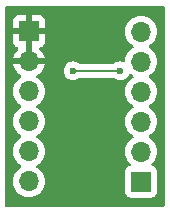
<source format=gbr>
%TF.GenerationSoftware,KiCad,Pcbnew,8.0.4-8.0.4-0~ubuntu24.04.1*%
%TF.CreationDate,2024-09-19T11:21:55+09:00*%
%TF.ProjectId,DRV8835,44525638-3833-4352-9e6b-696361645f70,rev?*%
%TF.SameCoordinates,Original*%
%TF.FileFunction,Copper,L2,Bot*%
%TF.FilePolarity,Positive*%
%FSLAX46Y46*%
G04 Gerber Fmt 4.6, Leading zero omitted, Abs format (unit mm)*
G04 Created by KiCad (PCBNEW 8.0.4-8.0.4-0~ubuntu24.04.1) date 2024-09-19 11:21:55*
%MOMM*%
%LPD*%
G01*
G04 APERTURE LIST*
%TA.AperFunction,ComponentPad*%
%ADD10R,1.700000X1.700000*%
%TD*%
%TA.AperFunction,ComponentPad*%
%ADD11O,1.700000X1.700000*%
%TD*%
%TA.AperFunction,ViaPad*%
%ADD12C,0.600000*%
%TD*%
%TA.AperFunction,Conductor*%
%ADD13C,0.200000*%
%TD*%
G04 APERTURE END LIST*
D10*
%TO.P,J2,1,Pin_1*%
%TO.N,GND*%
X156500000Y-65150000D03*
D11*
%TO.P,J2,2,Pin_2*%
X156500000Y-67690000D03*
%TO.P,J2,3,Pin_3*%
%TO.N,Net-(J2-Pin_3)*%
X156500000Y-70230000D03*
%TO.P,J2,4,Pin_4*%
%TO.N,Net-(J2-Pin_4)*%
X156500000Y-72770000D03*
%TO.P,J2,5,Pin_5*%
%TO.N,Net-(J2-Pin_5)*%
X156500000Y-75310000D03*
%TO.P,J2,6,Pin_6*%
%TO.N,Net-(J2-Pin_6)*%
X156500000Y-77850000D03*
%TD*%
D10*
%TO.P,J1,1,Pin_1*%
%TO.N,Net-(J1-Pin_1)*%
X166000000Y-77870000D03*
D11*
%TO.P,J1,2,Pin_2*%
%TO.N,Net-(J1-Pin_2)*%
X166000000Y-75330000D03*
%TO.P,J1,3,Pin_3*%
%TO.N,Net-(J1-Pin_3)*%
X166000000Y-72790000D03*
%TO.P,J1,4,Pin_4*%
%TO.N,Net-(J1-Pin_4)*%
X166000000Y-70250000D03*
%TO.P,J1,5,Pin_5*%
%TO.N,+5V*%
X166000000Y-67710000D03*
%TO.P,J1,6,Pin_6*%
%TO.N,+3.3V*%
X166000000Y-65170000D03*
%TD*%
D12*
%TO.N,+5V*%
X164250000Y-68500000D03*
X160250000Y-68500000D03*
%TD*%
D13*
%TO.N,+5V*%
X164250000Y-68500000D02*
X160250000Y-68500000D01*
%TD*%
%TA.AperFunction,Conductor*%
%TO.N,GND*%
G36*
X156750000Y-67256988D02*
G01*
X156692993Y-67224075D01*
X156565826Y-67190000D01*
X156434174Y-67190000D01*
X156307007Y-67224075D01*
X156250000Y-67256988D01*
X156250000Y-65583012D01*
X156307007Y-65615925D01*
X156434174Y-65650000D01*
X156565826Y-65650000D01*
X156692993Y-65615925D01*
X156750000Y-65583012D01*
X156750000Y-67256988D01*
G37*
%TD.AperFunction*%
%TA.AperFunction,Conductor*%
G36*
X167942539Y-63020185D02*
G01*
X167988294Y-63072989D01*
X167999500Y-63124500D01*
X167999500Y-79875500D01*
X167979815Y-79942539D01*
X167927011Y-79988294D01*
X167875500Y-79999500D01*
X154624500Y-79999500D01*
X154557461Y-79979815D01*
X154511706Y-79927011D01*
X154500500Y-79875500D01*
X154500500Y-70229999D01*
X155144341Y-70229999D01*
X155144341Y-70230000D01*
X155164936Y-70465403D01*
X155164938Y-70465413D01*
X155226094Y-70693655D01*
X155226096Y-70693659D01*
X155226097Y-70693663D01*
X155235424Y-70713664D01*
X155325965Y-70907830D01*
X155325967Y-70907834D01*
X155461501Y-71101395D01*
X155461506Y-71101402D01*
X155628597Y-71268493D01*
X155628603Y-71268498D01*
X155814158Y-71398425D01*
X155857783Y-71453002D01*
X155864977Y-71522500D01*
X155833454Y-71584855D01*
X155814158Y-71601575D01*
X155628597Y-71731505D01*
X155461505Y-71898597D01*
X155325965Y-72092169D01*
X155325964Y-72092171D01*
X155226098Y-72306335D01*
X155226094Y-72306344D01*
X155164938Y-72534586D01*
X155164936Y-72534596D01*
X155144341Y-72769999D01*
X155144341Y-72770000D01*
X155164936Y-73005403D01*
X155164938Y-73005413D01*
X155226094Y-73233655D01*
X155226096Y-73233659D01*
X155226097Y-73233663D01*
X155235424Y-73253664D01*
X155325965Y-73447830D01*
X155325967Y-73447834D01*
X155461501Y-73641395D01*
X155461506Y-73641402D01*
X155628597Y-73808493D01*
X155628603Y-73808498D01*
X155814158Y-73938425D01*
X155857783Y-73993002D01*
X155864977Y-74062500D01*
X155833454Y-74124855D01*
X155814158Y-74141575D01*
X155628597Y-74271505D01*
X155461505Y-74438597D01*
X155325965Y-74632169D01*
X155325964Y-74632171D01*
X155226098Y-74846335D01*
X155226094Y-74846344D01*
X155164938Y-75074586D01*
X155164936Y-75074596D01*
X155144341Y-75309999D01*
X155144341Y-75310000D01*
X155164936Y-75545403D01*
X155164938Y-75545413D01*
X155226094Y-75773655D01*
X155226096Y-75773659D01*
X155226097Y-75773663D01*
X155235424Y-75793664D01*
X155325965Y-75987830D01*
X155325967Y-75987834D01*
X155461501Y-76181395D01*
X155461506Y-76181402D01*
X155628597Y-76348493D01*
X155628603Y-76348498D01*
X155814158Y-76478425D01*
X155857783Y-76533002D01*
X155864977Y-76602500D01*
X155833454Y-76664855D01*
X155814158Y-76681575D01*
X155628597Y-76811505D01*
X155461505Y-76978597D01*
X155325965Y-77172169D01*
X155325964Y-77172171D01*
X155226098Y-77386335D01*
X155226094Y-77386344D01*
X155164938Y-77614586D01*
X155164936Y-77614596D01*
X155144341Y-77849999D01*
X155144341Y-77850000D01*
X155164936Y-78085403D01*
X155164938Y-78085413D01*
X155226094Y-78313655D01*
X155226096Y-78313659D01*
X155226097Y-78313663D01*
X155325965Y-78527830D01*
X155325967Y-78527834D01*
X155434281Y-78682521D01*
X155461505Y-78721401D01*
X155628599Y-78888495D01*
X155725384Y-78956265D01*
X155822165Y-79024032D01*
X155822167Y-79024033D01*
X155822170Y-79024035D01*
X156036337Y-79123903D01*
X156264592Y-79185063D01*
X156452918Y-79201539D01*
X156499999Y-79205659D01*
X156500000Y-79205659D01*
X156500001Y-79205659D01*
X156539234Y-79202226D01*
X156735408Y-79185063D01*
X156963663Y-79123903D01*
X157177830Y-79024035D01*
X157371401Y-78888495D01*
X157538495Y-78721401D01*
X157674035Y-78527830D01*
X157773903Y-78313663D01*
X157835063Y-78085408D01*
X157855659Y-77850000D01*
X157835063Y-77614592D01*
X157773903Y-77386337D01*
X157674035Y-77172171D01*
X157538495Y-76978599D01*
X157538494Y-76978597D01*
X157371402Y-76811506D01*
X157371396Y-76811501D01*
X157185842Y-76681575D01*
X157142217Y-76626998D01*
X157135023Y-76557500D01*
X157166546Y-76495145D01*
X157185842Y-76478425D01*
X157269491Y-76419853D01*
X157371401Y-76348495D01*
X157538495Y-76181401D01*
X157674035Y-75987830D01*
X157773903Y-75773663D01*
X157835063Y-75545408D01*
X157855659Y-75310000D01*
X157835063Y-75074592D01*
X157773903Y-74846337D01*
X157674035Y-74632171D01*
X157538495Y-74438599D01*
X157538494Y-74438597D01*
X157371402Y-74271506D01*
X157371396Y-74271501D01*
X157185842Y-74141575D01*
X157142217Y-74086998D01*
X157135023Y-74017500D01*
X157166546Y-73955145D01*
X157185842Y-73938425D01*
X157208026Y-73922891D01*
X157371401Y-73808495D01*
X157538495Y-73641401D01*
X157674035Y-73447830D01*
X157773903Y-73233663D01*
X157835063Y-73005408D01*
X157855659Y-72770000D01*
X157835063Y-72534592D01*
X157773903Y-72306337D01*
X157674035Y-72092171D01*
X157538495Y-71898599D01*
X157538494Y-71898597D01*
X157371402Y-71731506D01*
X157371396Y-71731501D01*
X157185842Y-71601575D01*
X157142217Y-71546998D01*
X157135023Y-71477500D01*
X157166546Y-71415145D01*
X157185842Y-71398425D01*
X157208026Y-71382891D01*
X157371401Y-71268495D01*
X157538495Y-71101401D01*
X157674035Y-70907830D01*
X157773903Y-70693663D01*
X157835063Y-70465408D01*
X157855659Y-70230000D01*
X157835063Y-69994592D01*
X157773903Y-69766337D01*
X157674035Y-69552171D01*
X157538495Y-69358599D01*
X157538494Y-69358597D01*
X157371402Y-69191506D01*
X157371401Y-69191505D01*
X157185405Y-69061269D01*
X157141781Y-69006692D01*
X157134588Y-68937193D01*
X157166110Y-68874839D01*
X157185405Y-68858119D01*
X157371082Y-68728105D01*
X157538105Y-68561082D01*
X157580879Y-68499996D01*
X159444435Y-68499996D01*
X159444435Y-68500003D01*
X159464630Y-68679249D01*
X159464631Y-68679254D01*
X159524211Y-68849523D01*
X159592058Y-68957500D01*
X159620184Y-69002262D01*
X159747738Y-69129816D01*
X159838080Y-69186582D01*
X159877746Y-69211506D01*
X159900478Y-69225789D01*
X160070745Y-69285368D01*
X160070750Y-69285369D01*
X160249996Y-69305565D01*
X160250000Y-69305565D01*
X160250004Y-69305565D01*
X160429249Y-69285369D01*
X160429252Y-69285368D01*
X160429255Y-69285368D01*
X160599522Y-69225789D01*
X160752262Y-69129816D01*
X160752267Y-69129810D01*
X160755097Y-69127555D01*
X160757275Y-69126665D01*
X160758158Y-69126111D01*
X160758255Y-69126265D01*
X160819783Y-69101145D01*
X160832412Y-69100500D01*
X163667588Y-69100500D01*
X163734627Y-69120185D01*
X163744903Y-69127555D01*
X163747736Y-69129814D01*
X163747738Y-69129816D01*
X163900478Y-69225789D01*
X164070745Y-69285368D01*
X164070750Y-69285369D01*
X164249996Y-69305565D01*
X164250000Y-69305565D01*
X164250004Y-69305565D01*
X164429249Y-69285369D01*
X164429252Y-69285368D01*
X164429255Y-69285368D01*
X164599522Y-69225789D01*
X164752262Y-69129816D01*
X164879816Y-69002262D01*
X164975789Y-68849522D01*
X164980186Y-68836955D01*
X165020906Y-68780178D01*
X165085857Y-68754429D01*
X165154420Y-68767882D01*
X165168352Y-68776331D01*
X165314158Y-68878425D01*
X165357783Y-68933002D01*
X165364977Y-69002500D01*
X165333454Y-69064855D01*
X165314158Y-69081575D01*
X165128597Y-69211505D01*
X164961505Y-69378597D01*
X164825965Y-69572169D01*
X164825964Y-69572171D01*
X164726098Y-69786335D01*
X164726094Y-69786344D01*
X164664938Y-70014586D01*
X164664936Y-70014596D01*
X164644341Y-70249999D01*
X164644341Y-70250000D01*
X164664936Y-70485403D01*
X164664938Y-70485413D01*
X164726094Y-70713655D01*
X164726096Y-70713659D01*
X164726097Y-70713663D01*
X164816639Y-70907830D01*
X164825965Y-70927830D01*
X164825967Y-70927834D01*
X164961501Y-71121395D01*
X164961506Y-71121402D01*
X165128597Y-71288493D01*
X165128603Y-71288498D01*
X165314158Y-71418425D01*
X165357783Y-71473002D01*
X165364977Y-71542500D01*
X165333454Y-71604855D01*
X165314158Y-71621575D01*
X165128597Y-71751505D01*
X164961505Y-71918597D01*
X164825965Y-72112169D01*
X164825964Y-72112171D01*
X164726098Y-72326335D01*
X164726094Y-72326344D01*
X164664938Y-72554586D01*
X164664936Y-72554596D01*
X164644341Y-72789999D01*
X164644341Y-72790000D01*
X164664936Y-73025403D01*
X164664938Y-73025413D01*
X164726094Y-73253655D01*
X164726096Y-73253659D01*
X164726097Y-73253663D01*
X164816639Y-73447830D01*
X164825965Y-73467830D01*
X164825967Y-73467834D01*
X164961501Y-73661395D01*
X164961506Y-73661402D01*
X165128597Y-73828493D01*
X165128603Y-73828498D01*
X165314158Y-73958425D01*
X165357783Y-74013002D01*
X165364977Y-74082500D01*
X165333454Y-74144855D01*
X165314158Y-74161575D01*
X165128597Y-74291505D01*
X164961505Y-74458597D01*
X164825965Y-74652169D01*
X164825964Y-74652171D01*
X164726098Y-74866335D01*
X164726094Y-74866344D01*
X164664938Y-75094586D01*
X164664936Y-75094596D01*
X164644341Y-75329999D01*
X164644341Y-75330000D01*
X164664936Y-75565403D01*
X164664938Y-75565413D01*
X164726094Y-75793655D01*
X164726096Y-75793659D01*
X164726097Y-75793663D01*
X164816639Y-75987830D01*
X164825965Y-76007830D01*
X164825967Y-76007834D01*
X164934281Y-76162521D01*
X164961501Y-76201396D01*
X164961506Y-76201402D01*
X165083430Y-76323326D01*
X165116915Y-76384649D01*
X165111931Y-76454341D01*
X165070059Y-76510274D01*
X165039083Y-76527189D01*
X164907669Y-76576203D01*
X164907664Y-76576206D01*
X164792455Y-76662452D01*
X164792452Y-76662455D01*
X164706206Y-76777664D01*
X164706202Y-76777671D01*
X164655908Y-76912517D01*
X164649501Y-76972116D01*
X164649501Y-76972123D01*
X164649500Y-76972135D01*
X164649500Y-78767870D01*
X164649501Y-78767876D01*
X164655908Y-78827483D01*
X164706202Y-78962328D01*
X164706206Y-78962335D01*
X164792452Y-79077544D01*
X164792455Y-79077547D01*
X164907664Y-79163793D01*
X164907671Y-79163797D01*
X165042517Y-79214091D01*
X165042516Y-79214091D01*
X165049444Y-79214835D01*
X165102127Y-79220500D01*
X166897872Y-79220499D01*
X166957483Y-79214091D01*
X167092331Y-79163796D01*
X167207546Y-79077546D01*
X167293796Y-78962331D01*
X167344091Y-78827483D01*
X167350500Y-78767873D01*
X167350499Y-76972128D01*
X167344091Y-76912517D01*
X167306416Y-76811506D01*
X167293797Y-76777671D01*
X167293793Y-76777664D01*
X167207547Y-76662455D01*
X167207544Y-76662452D01*
X167092335Y-76576206D01*
X167092328Y-76576202D01*
X166960917Y-76527189D01*
X166904983Y-76485318D01*
X166880566Y-76419853D01*
X166895418Y-76351580D01*
X166916563Y-76323332D01*
X167038495Y-76201401D01*
X167174035Y-76007830D01*
X167273903Y-75793663D01*
X167335063Y-75565408D01*
X167355659Y-75330000D01*
X167335063Y-75094592D01*
X167273903Y-74866337D01*
X167174035Y-74652171D01*
X167038495Y-74458599D01*
X167038494Y-74458597D01*
X166871402Y-74291506D01*
X166871396Y-74291501D01*
X166685842Y-74161575D01*
X166642217Y-74106998D01*
X166635023Y-74037500D01*
X166666546Y-73975145D01*
X166685842Y-73958425D01*
X166714405Y-73938425D01*
X166871401Y-73828495D01*
X167038495Y-73661401D01*
X167174035Y-73467830D01*
X167273903Y-73253663D01*
X167335063Y-73025408D01*
X167355659Y-72790000D01*
X167335063Y-72554592D01*
X167273903Y-72326337D01*
X167174035Y-72112171D01*
X167038495Y-71918599D01*
X167038494Y-71918597D01*
X166871402Y-71751506D01*
X166871396Y-71751501D01*
X166685842Y-71621575D01*
X166642217Y-71566998D01*
X166635023Y-71497500D01*
X166666546Y-71435145D01*
X166685842Y-71418425D01*
X166714405Y-71398425D01*
X166871401Y-71288495D01*
X167038495Y-71121401D01*
X167174035Y-70927830D01*
X167273903Y-70713663D01*
X167335063Y-70485408D01*
X167355659Y-70250000D01*
X167335063Y-70014592D01*
X167273903Y-69786337D01*
X167174035Y-69572171D01*
X167038495Y-69378599D01*
X167038494Y-69378597D01*
X166871402Y-69211506D01*
X166871396Y-69211501D01*
X166685842Y-69081575D01*
X166642217Y-69026998D01*
X166635023Y-68957500D01*
X166666546Y-68895145D01*
X166685842Y-68878425D01*
X166831647Y-68776331D01*
X166871401Y-68748495D01*
X167038495Y-68581401D01*
X167174035Y-68387830D01*
X167273903Y-68173663D01*
X167335063Y-67945408D01*
X167355659Y-67710000D01*
X167335063Y-67474592D01*
X167273903Y-67246337D01*
X167174035Y-67032171D01*
X167160206Y-67012420D01*
X167038494Y-66838597D01*
X166871402Y-66671506D01*
X166871396Y-66671501D01*
X166685842Y-66541575D01*
X166642217Y-66486998D01*
X166635023Y-66417500D01*
X166666546Y-66355145D01*
X166685842Y-66338425D01*
X166823428Y-66242086D01*
X166871401Y-66208495D01*
X167038495Y-66041401D01*
X167174035Y-65847830D01*
X167273903Y-65633663D01*
X167335063Y-65405408D01*
X167355659Y-65170000D01*
X167335063Y-64934592D01*
X167273903Y-64706337D01*
X167174035Y-64492171D01*
X167038495Y-64298599D01*
X167038494Y-64298597D01*
X166871402Y-64131506D01*
X166871395Y-64131501D01*
X166677834Y-63995967D01*
X166677830Y-63995965D01*
X166563843Y-63942812D01*
X166463663Y-63896097D01*
X166463659Y-63896096D01*
X166463655Y-63896094D01*
X166235413Y-63834938D01*
X166235403Y-63834936D01*
X166000001Y-63814341D01*
X165999999Y-63814341D01*
X165764596Y-63834936D01*
X165764586Y-63834938D01*
X165536344Y-63896094D01*
X165536335Y-63896098D01*
X165322171Y-63995964D01*
X165322169Y-63995965D01*
X165128597Y-64131505D01*
X164961505Y-64298597D01*
X164825965Y-64492169D01*
X164825964Y-64492171D01*
X164726098Y-64706335D01*
X164726094Y-64706344D01*
X164664938Y-64934586D01*
X164664936Y-64934596D01*
X164644341Y-65169999D01*
X164644341Y-65170000D01*
X164664936Y-65405403D01*
X164664938Y-65405413D01*
X164726094Y-65633655D01*
X164726096Y-65633659D01*
X164726097Y-65633663D01*
X164825965Y-65847830D01*
X164825967Y-65847834D01*
X164961501Y-66041395D01*
X164961506Y-66041402D01*
X165128597Y-66208493D01*
X165128603Y-66208498D01*
X165314158Y-66338425D01*
X165357783Y-66393002D01*
X165364977Y-66462500D01*
X165333454Y-66524855D01*
X165314158Y-66541575D01*
X165128597Y-66671505D01*
X164961505Y-66838597D01*
X164825965Y-67032169D01*
X164825964Y-67032171D01*
X164726098Y-67246335D01*
X164726094Y-67246344D01*
X164664938Y-67474586D01*
X164664936Y-67474596D01*
X164651463Y-67628596D01*
X164626010Y-67693664D01*
X164569419Y-67734643D01*
X164499657Y-67738521D01*
X164486982Y-67734830D01*
X164429260Y-67714633D01*
X164429249Y-67714630D01*
X164250004Y-67694435D01*
X164249996Y-67694435D01*
X164070750Y-67714630D01*
X164070745Y-67714631D01*
X163900476Y-67774211D01*
X163747736Y-67870185D01*
X163744903Y-67872445D01*
X163742724Y-67873334D01*
X163741842Y-67873889D01*
X163741744Y-67873734D01*
X163680217Y-67898855D01*
X163667588Y-67899500D01*
X160832412Y-67899500D01*
X160765373Y-67879815D01*
X160755097Y-67872445D01*
X160752263Y-67870185D01*
X160752262Y-67870184D01*
X160652893Y-67807746D01*
X160599523Y-67774211D01*
X160429254Y-67714631D01*
X160429249Y-67714630D01*
X160250004Y-67694435D01*
X160249996Y-67694435D01*
X160070750Y-67714630D01*
X160070745Y-67714631D01*
X159900476Y-67774211D01*
X159747737Y-67870184D01*
X159620184Y-67997737D01*
X159524211Y-68150476D01*
X159464631Y-68320745D01*
X159464630Y-68320750D01*
X159444435Y-68499996D01*
X157580879Y-68499996D01*
X157673600Y-68367578D01*
X157773429Y-68153492D01*
X157773432Y-68153486D01*
X157830636Y-67940000D01*
X156933012Y-67940000D01*
X156965925Y-67882993D01*
X157000000Y-67755826D01*
X157000000Y-67624174D01*
X156965925Y-67497007D01*
X156933012Y-67440000D01*
X157830636Y-67440000D01*
X157830635Y-67439999D01*
X157773432Y-67226513D01*
X157773429Y-67226507D01*
X157673600Y-67012422D01*
X157673599Y-67012420D01*
X157538113Y-66818926D01*
X157538108Y-66818920D01*
X157415665Y-66696477D01*
X157382180Y-66635154D01*
X157387164Y-66565462D01*
X157429036Y-66509529D01*
X157460013Y-66492614D01*
X157592086Y-66443354D01*
X157592093Y-66443350D01*
X157707187Y-66357190D01*
X157707190Y-66357187D01*
X157793350Y-66242093D01*
X157793354Y-66242086D01*
X157843596Y-66107379D01*
X157843598Y-66107372D01*
X157849999Y-66047844D01*
X157850000Y-66047827D01*
X157850000Y-65400000D01*
X156933012Y-65400000D01*
X156965925Y-65342993D01*
X157000000Y-65215826D01*
X157000000Y-65084174D01*
X156965925Y-64957007D01*
X156933012Y-64900000D01*
X157850000Y-64900000D01*
X157850000Y-64252172D01*
X157849999Y-64252155D01*
X157843598Y-64192627D01*
X157843596Y-64192620D01*
X157793354Y-64057913D01*
X157793350Y-64057906D01*
X157707190Y-63942812D01*
X157707187Y-63942809D01*
X157592093Y-63856649D01*
X157592086Y-63856645D01*
X157457379Y-63806403D01*
X157457372Y-63806401D01*
X157397844Y-63800000D01*
X156750000Y-63800000D01*
X156750000Y-64716988D01*
X156692993Y-64684075D01*
X156565826Y-64650000D01*
X156434174Y-64650000D01*
X156307007Y-64684075D01*
X156250000Y-64716988D01*
X156250000Y-63800000D01*
X155602155Y-63800000D01*
X155542627Y-63806401D01*
X155542620Y-63806403D01*
X155407913Y-63856645D01*
X155407906Y-63856649D01*
X155292812Y-63942809D01*
X155292809Y-63942812D01*
X155206649Y-64057906D01*
X155206645Y-64057913D01*
X155156403Y-64192620D01*
X155156401Y-64192627D01*
X155150000Y-64252155D01*
X155150000Y-64900000D01*
X156066988Y-64900000D01*
X156034075Y-64957007D01*
X156000000Y-65084174D01*
X156000000Y-65215826D01*
X156034075Y-65342993D01*
X156066988Y-65400000D01*
X155150000Y-65400000D01*
X155150000Y-66047844D01*
X155156401Y-66107372D01*
X155156403Y-66107379D01*
X155206645Y-66242086D01*
X155206649Y-66242093D01*
X155292809Y-66357187D01*
X155292812Y-66357190D01*
X155407906Y-66443350D01*
X155407913Y-66443354D01*
X155539986Y-66492614D01*
X155595920Y-66534485D01*
X155620337Y-66599949D01*
X155605486Y-66668222D01*
X155584335Y-66696477D01*
X155461886Y-66818926D01*
X155326400Y-67012420D01*
X155326399Y-67012422D01*
X155226570Y-67226507D01*
X155226567Y-67226513D01*
X155169364Y-67439999D01*
X155169364Y-67440000D01*
X156066988Y-67440000D01*
X156034075Y-67497007D01*
X156000000Y-67624174D01*
X156000000Y-67755826D01*
X156034075Y-67882993D01*
X156066988Y-67940000D01*
X155169364Y-67940000D01*
X155226567Y-68153486D01*
X155226570Y-68153492D01*
X155326399Y-68367578D01*
X155461894Y-68561082D01*
X155628917Y-68728105D01*
X155814595Y-68858119D01*
X155858219Y-68912696D01*
X155865412Y-68982195D01*
X155833890Y-69044549D01*
X155814595Y-69061269D01*
X155628594Y-69191508D01*
X155461505Y-69358597D01*
X155325965Y-69552169D01*
X155325964Y-69552171D01*
X155226098Y-69766335D01*
X155226094Y-69766344D01*
X155164938Y-69994586D01*
X155164936Y-69994596D01*
X155144341Y-70229999D01*
X154500500Y-70229999D01*
X154500500Y-63124500D01*
X154520185Y-63057461D01*
X154572989Y-63011706D01*
X154624500Y-63000500D01*
X167875500Y-63000500D01*
X167942539Y-63020185D01*
G37*
%TD.AperFunction*%
%TD*%
M02*

</source>
